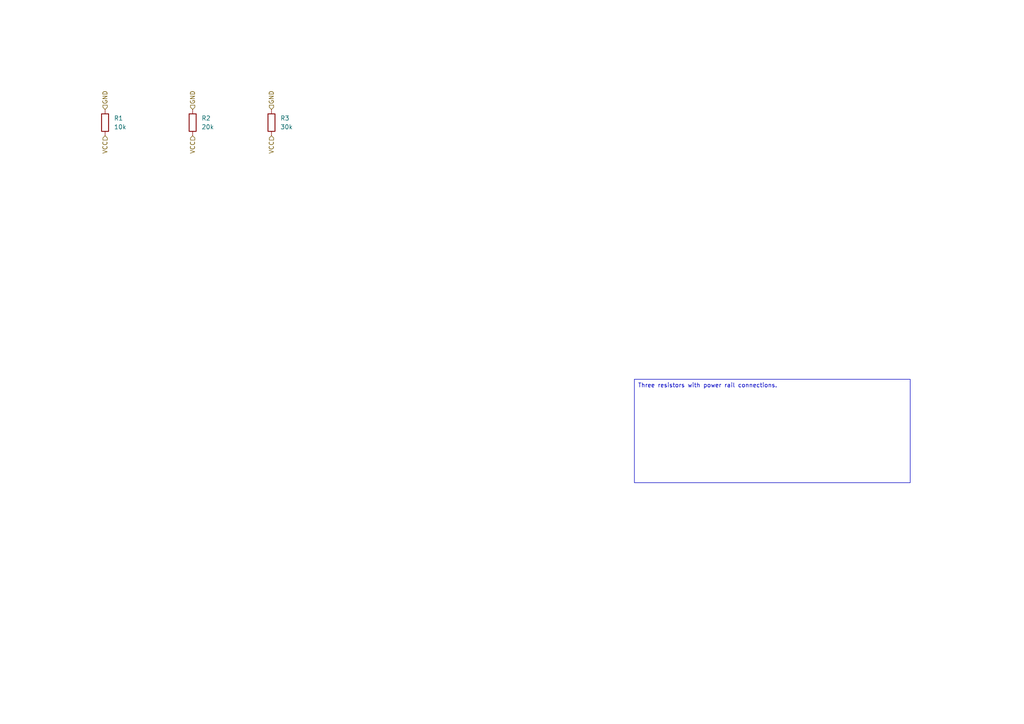
<source format=kicad_sch>
(kicad_sch (version 20250114) (generator "circuit_synth") (generator_version "0.8.36")
  (paper "A4")
  (title_block (title "power_rails"))
  (lib_symbols
    (symbol "Device:R" (pin_numbers (hide yes)) (pin_names (offset 0))
      (property "Reference" "R" (at 2.032 0 90))
      (property "Value" "R" (at 0 0 90))
      (symbol "R_0_1"
        (rectangle (start -1.016 -2.54) (end 1.016 2.54) (stroke (width 0.254)))
      )
      (symbol "R_1_1"
        (pin passive line (at 0 3.81 270) (length 1.27) (name "~") (number "1"))
        (pin passive line (at 0 -3.81 90) (length 1.27) (name "~") (number "2"))
      )
    )
  )
  (symbol (lib_id "Device:R") (at 30.48 35.56 0) (unit 1)
    (property "Reference" "R1" (at 33.02 34.2899 0) (effects (justify left)))
    (property "Value" "10k" (at 33.02 36.8299 0) (effects (justify left)))
    (property "Footprint" "Resistor_SMD:R_0603_1608Metric" (effects (hide yes)))
    (property "hierarchy_path" "/625dd949-7686-4cd3-8ad0-5c05a461e5a4" (effects (hide yes)))
    (property "project_name" "power_rails" (effects (hide yes)))
    (property "root_uuid" "625dd949-7686-4cd3-8ad0-5c05a461e5a4" (effects (hide yes)))
  )
  (symbol (lib_id "Device:R") (at 55.88 35.56 0) (unit 1)
    (property "Reference" "R2" (at 58.42 34.2899 0) (effects (justify left)))
    (property "Value" "20k" (at 58.42 36.8299 0) (effects (justify left)))
    (property "Footprint" "Resistor_SMD:R_0603_1608Metric" (effects (hide yes)))
    (property "hierarchy_path" "/625dd949-7686-4cd3-8ad0-5c05a461e5a4" (effects (hide yes)))
    (property "project_name" "power_rails" (effects (hide yes)))
    (property "root_uuid" "625dd949-7686-4cd3-8ad0-5c05a461e5a4" (effects (hide yes)))
  )
  (symbol (lib_id "Device:R") (at 78.74 35.56 0) (unit 1)
    (property "Reference" "R3" (at 81.28 34.2899 0) (effects (justify left)))
    (property "Value" "30k" (at 81.28 36.8299 0) (effects (justify left)))
    (property "Footprint" "Resistor_SMD:R_0603_1608Metric" (effects (hide yes)))
    (property "hierarchy_path" "/625dd949-7686-4cd3-8ad0-5c05a461e5a4" (effects (hide yes)))
    (property "project_name" "power_rails" (effects (hide yes)))
    (property "root_uuid" "625dd949-7686-4cd3-8ad0-5c05a461e5a4" (effects (hide yes)))
  )
  (hierarchical_label "GND" (shape input) (at 30.48 31.75 90))
  (hierarchical_label "GND" (shape input) (at 55.88 31.75 90))
  (hierarchical_label "GND" (shape input) (at 78.74 31.75 90))
  (hierarchical_label "VCC" (shape input) (at 30.48 39.37 270))
  (hierarchical_label "VCC" (shape input) (at 55.88 39.37 270))
  (hierarchical_label "VCC" (shape input) (at 78.74 39.37 270))
  (text_box "Three resistors with power rail connections." (at 184 110 0) (size 80 30) (margins 1 1 1 1) (effects (font (size 1.2 1.2)) (justify left top)))
)
</source>
